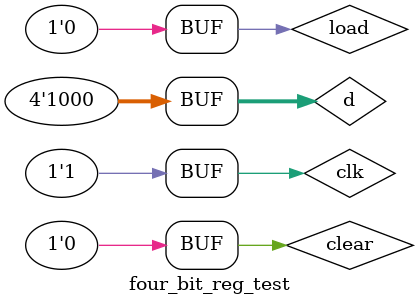
<source format=v>
`timescale 1ns / 1ps


module four_bit_reg_test;

	// Inputs
	reg [3:0] d;
	reg clk;
	reg load;
	reg clear;

	// Outputs
	wire [3:0] q;

	// Instantiate the Unit Under Test (UUT)
	four_bit_reg uut (
		.d(d), 
		.clk(clk), 
		.load(load), 
		.clear(clear), 
		.q(q)
	);

	initial begin
		// Initialize Inputs
		d = 0;
		clk = 0;
		load = 0;
		clear = 0;

		// Wait 100 ns for global reset to finish
		#100;
		d = 1;
		clk = 1;
		load = 1;
		clear = 1;

		// Wait 100 ns for global reset to finish
		#100;
		d = 2;
		clk = 0;
		load = 1;
		clear = 0;

		// Wait 100 ns for global reset to finish
		#100;
		d = 3;
		clk = 1;
		load = 1;
		clear = 0;

		// Wait 100 ns for global reset to finish
		#100;
		d = 4;
		clk = 0;
		load = 0;
		clear = 0;

		// Wait 100 ns for global reset to finish
		#100;
		d = 8;
		clk = 1;
		load = 0;
		clear = 0;

		// Wait 100 ns for global reset to finish
		#100;
        
		// Add stimulus here

	end
      
endmodule


</source>
